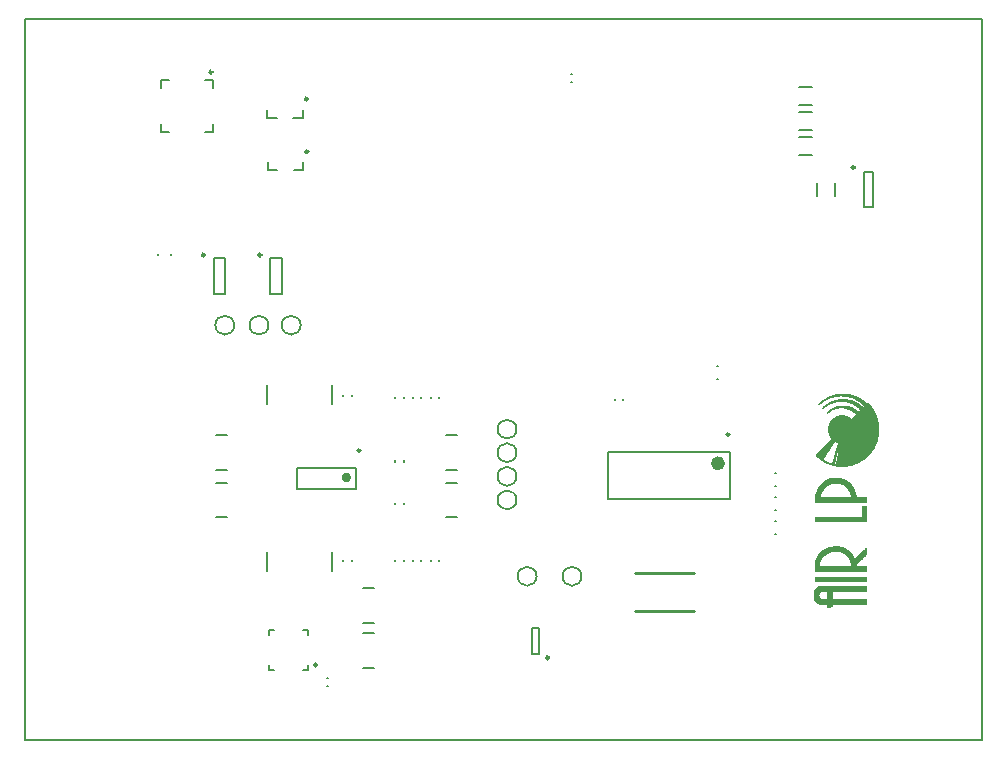
<source format=gto>
G04*
G04 #@! TF.GenerationSoftware,Altium Limited,Altium Designer,19.0.14 (431)*
G04*
G04 Layer_Color=65535*
%FSLAX44Y44*%
%MOMM*%
G71*
G01*
G75*
%ADD10C,0.1270*%
%ADD11C,0.2500*%
%ADD12C,0.6000*%
%ADD13C,0.4000*%
%ADD14C,0.2000*%
%ADD15C,0.1524*%
%ADD16C,0.2540*%
%ADD17C,0.0254*%
D10*
X233251Y351000D02*
G03*
X233251Y351000I-8001J0D01*
G01*
X177001D02*
G03*
X177001Y351000I-8001J0D01*
G01*
X206001D02*
G03*
X206001Y351000I-8001J0D01*
G01*
X416001Y203000D02*
G03*
X416001Y203000I-8001J0D01*
G01*
Y243000D02*
G03*
X416001Y243000I-8001J0D01*
G01*
X433001Y138400D02*
G03*
X433001Y138400I-8001J0D01*
G01*
X416001Y223000D02*
G03*
X416001Y223000I-8001J0D01*
G01*
X471001Y138400D02*
G03*
X471001Y138400I-8001J0D01*
G01*
X416001Y263000D02*
G03*
X416001Y263000I-8001J0D01*
G01*
D11*
X200000Y410500D02*
G03*
X200000Y410500I-1250J0D01*
G01*
X152000D02*
G03*
X152000Y410500I-1250J0D01*
G01*
X596250Y258500D02*
G03*
X596250Y258500I-1250J0D01*
G01*
X702250Y484500D02*
G03*
X702250Y484500I-1250J0D01*
G01*
X239600Y498000D02*
G03*
X239600Y498000I-1250J0D01*
G01*
X239250Y542500D02*
G03*
X239250Y542500I-1250J0D01*
G01*
X247110Y63300D02*
G03*
X247110Y63300I-1250J0D01*
G01*
X158500Y565250D02*
G03*
X158500Y565250I-1250J0D01*
G01*
X443500Y69600D02*
G03*
X443500Y69600I-1250J0D01*
G01*
X283800Y245000D02*
G03*
X283800Y245000I-1250J0D01*
G01*
D12*
X589500Y234000D02*
G03*
X589500Y234000I-3000J0D01*
G01*
D13*
X274000Y222000D02*
G03*
X274000Y222000I-2000J0D01*
G01*
D14*
X207500Y408000D02*
X217500D01*
X207500Y377000D02*
X217500D01*
X207500D02*
Y408000D01*
X217500Y377000D02*
Y408000D01*
X159500D02*
X169500D01*
X159500Y377000D02*
X169500D01*
X159500D02*
Y408000D01*
X169500Y377000D02*
Y408000D01*
X461900Y563500D02*
X462900D01*
X461900Y556500D02*
X462900D01*
X634500Y185500D02*
X635500D01*
X634500Y174500D02*
X635500D01*
X634500Y205500D02*
X635500D01*
X634500Y194500D02*
X635500D01*
X634500Y225500D02*
X635500D01*
X634500Y214500D02*
X635500D01*
X585500Y316850D02*
X586500D01*
X585500Y305850D02*
X586500D01*
X506250Y287500D02*
Y288500D01*
X499250Y287500D02*
Y288500D01*
X493500Y204000D02*
Y244000D01*
X596500Y204000D02*
Y244000D01*
X493500Y204000D02*
X596500D01*
X493500Y244000D02*
X596500D01*
X255500Y52500D02*
X256500D01*
X255500Y45500D02*
X256500D01*
X123500Y410500D02*
Y411500D01*
X112500Y410500D02*
Y411500D01*
X655500Y510500D02*
X666500D01*
X655500Y495500D02*
X666500D01*
X655500Y531500D02*
X666500D01*
X655500Y516500D02*
X666500D01*
X718000Y451000D02*
Y481000D01*
X710000Y451000D02*
Y481000D01*
Y451000D02*
X718000D01*
X710000Y481000D02*
X718000D01*
X235350Y482000D02*
Y489000D01*
X227350Y482000D02*
X235350D01*
X205350D02*
Y489000D01*
Y482000D02*
X213350D01*
X235000Y526500D02*
Y533500D01*
X227000Y526500D02*
X235000D01*
X205000D02*
Y533500D01*
Y526500D02*
X213000D01*
X655500Y552400D02*
X666500D01*
X655500Y537400D02*
X666500D01*
X670500Y460500D02*
Y471500D01*
X685500Y460500D02*
Y471500D01*
X313500Y199500D02*
Y200500D01*
X320500Y199500D02*
Y200500D01*
X269500Y151500D02*
Y152500D01*
X276500Y151500D02*
Y152500D01*
X320500Y235500D02*
Y236500D01*
X313500Y235500D02*
Y236500D01*
X276500Y291000D02*
Y292000D01*
X269500Y291000D02*
Y292000D01*
X343500Y289500D02*
Y290500D01*
X350500Y289500D02*
Y290500D01*
X328500Y289500D02*
Y290500D01*
X335500Y289500D02*
Y290500D01*
X313500Y289500D02*
Y290500D01*
X320500Y289500D02*
Y290500D01*
X350500Y151500D02*
Y152500D01*
X343500Y151500D02*
Y152500D01*
X335500Y151500D02*
Y152500D01*
X328500Y151500D02*
Y152500D01*
X320500Y151500D02*
Y152500D01*
X313500Y151500D02*
Y152500D01*
X205000Y143000D02*
Y159000D01*
X260000Y143000D02*
Y159000D01*
X205000Y284000D02*
Y300000D01*
X260000Y284000D02*
Y300000D01*
X152000Y558750D02*
X158750D01*
Y552000D02*
Y558750D01*
X114750D02*
X121500D01*
X114750Y552000D02*
Y558750D01*
Y514750D02*
X121500D01*
X114750D02*
Y521500D01*
X152000Y514750D02*
X158750D01*
Y521500D01*
X429000Y72600D02*
X435000D01*
X429000Y94600D02*
X435000D01*
Y72600D02*
Y94600D01*
X429000Y72600D02*
Y94600D01*
X230000Y230000D02*
X280000D01*
X230000Y212000D02*
X280000D01*
Y230000D01*
X230000Y212000D02*
Y230000D01*
X0Y0D02*
X810000D01*
X0D02*
X0Y610000D01*
X810000D01*
Y0D02*
Y610000D01*
D15*
X235351Y59236D02*
X239764D01*
X235351Y92764D02*
X239764D01*
X206236Y88351D02*
Y92764D01*
Y59236D02*
X210649D01*
X239764D02*
Y63649D01*
Y88351D02*
Y92764D01*
X206236D02*
X210649D01*
X206236Y59236D02*
Y63649D01*
X286455Y60746D02*
X295544D01*
X286455Y90210D02*
X295544D01*
X286455Y98746D02*
X295544D01*
X286455Y128210D02*
X295544D01*
X356455Y257732D02*
X365545D01*
X356455Y228268D02*
X365545D01*
X161455Y257732D02*
X170544D01*
X161455Y228268D02*
X170544D01*
X356455Y217732D02*
X365545D01*
X356455Y188268D02*
X365545D01*
X161455Y217732D02*
X170544D01*
X161455Y188268D02*
X170544D01*
D16*
X516000Y141000D02*
X566000D01*
X516000Y109000D02*
X566000D01*
D17*
X722398Y259844D02*
Y266194D01*
X722144Y258574D02*
Y267464D01*
X721890Y257050D02*
Y268988D01*
X721636Y255780D02*
Y270258D01*
X721382Y254764D02*
Y271274D01*
X721128Y254002D02*
Y272036D01*
X720874Y253240D02*
Y272798D01*
X720620Y252478D02*
Y273560D01*
X720366Y251716D02*
Y274322D01*
X720112Y251208D02*
Y274830D01*
X719858Y250446D02*
Y275592D01*
X719604Y249938D02*
Y276100D01*
X719350Y249430D02*
Y276608D01*
X719096Y248922D02*
Y277116D01*
X718842Y248414D02*
Y277624D01*
X718588Y247906D02*
Y278132D01*
X718334Y247398D02*
Y278386D01*
X718080Y247144D02*
Y278894D01*
X717826Y246636D02*
Y279402D01*
X717572Y246128D02*
Y279656D01*
X717318Y245874D02*
Y280164D01*
X717064Y245366D02*
Y280418D01*
X716810Y245112D02*
Y280926D01*
X716556Y244858D02*
Y281180D01*
X716302Y244350D02*
Y281688D01*
X716048Y244096D02*
Y281942D01*
X715794Y243842D02*
Y282196D01*
X715540Y243334D02*
Y282450D01*
X715286Y243080D02*
Y282958D01*
X715032Y242826D02*
Y283212D01*
X714778Y242572D02*
Y283466D01*
X714524Y242318D02*
Y283720D01*
X714270Y242064D02*
Y283974D01*
X714016Y241810D02*
Y284228D01*
X713762Y241556D02*
Y284482D01*
X713508Y241048D02*
Y284990D01*
X713254Y241048D02*
Y284990D01*
X713000Y240794D02*
Y284990D01*
X712746Y240540D02*
Y284482D01*
X712492Y240286D02*
Y284228D01*
X712238Y240032D02*
Y283974D01*
X711984Y284736D02*
Y285244D01*
Y239778D02*
Y283720D01*
Y201170D02*
Y205234D01*
Y184914D02*
Y198122D01*
Y157228D02*
Y162562D01*
Y143258D02*
Y147322D01*
Y134114D02*
Y138178D01*
Y125732D02*
Y130050D01*
Y115318D02*
Y119382D01*
X711730Y284482D02*
Y285244D01*
Y239524D02*
Y283466D01*
Y201170D02*
Y205234D01*
Y184914D02*
Y198122D01*
Y156974D02*
Y162562D01*
Y143258D02*
Y147322D01*
Y134114D02*
Y138178D01*
Y125732D02*
Y130050D01*
Y115318D02*
Y119382D01*
X711476Y284228D02*
Y285498D01*
Y239270D02*
Y283212D01*
Y201170D02*
Y205234D01*
Y184914D02*
Y198122D01*
Y156720D02*
Y162054D01*
Y143258D02*
Y147322D01*
Y134114D02*
Y138178D01*
Y125732D02*
Y130050D01*
Y115318D02*
Y119382D01*
X711222Y283974D02*
Y285752D01*
Y239016D02*
Y282958D01*
Y201170D02*
Y205234D01*
Y184914D02*
Y198122D01*
Y156466D02*
Y161800D01*
Y143258D02*
Y147322D01*
Y134114D02*
Y138178D01*
Y125732D02*
Y130050D01*
Y115318D02*
Y119382D01*
X710968Y283720D02*
Y286006D01*
Y238762D02*
Y282704D01*
Y201170D02*
Y205234D01*
Y184914D02*
Y198122D01*
Y156212D02*
Y161546D01*
Y143258D02*
Y147322D01*
Y134114D02*
Y138178D01*
Y125732D02*
Y130050D01*
Y115318D02*
Y119382D01*
X710714Y283466D02*
Y286260D01*
Y238762D02*
Y282450D01*
Y201170D02*
Y205234D01*
Y184914D02*
Y198122D01*
Y155958D02*
Y161292D01*
Y143258D02*
Y147322D01*
Y134114D02*
Y138178D01*
Y125732D02*
Y130050D01*
Y115318D02*
Y119382D01*
X710460Y282958D02*
Y286514D01*
Y238508D02*
Y282196D01*
Y201170D02*
Y205234D01*
Y184914D02*
Y198122D01*
Y155704D02*
Y161038D01*
Y143258D02*
Y147322D01*
Y134114D02*
Y138178D01*
Y125732D02*
Y130050D01*
Y115318D02*
Y119382D01*
X710206Y282958D02*
Y286514D01*
Y238254D02*
Y281942D01*
Y201170D02*
Y205234D01*
Y184914D02*
Y198122D01*
Y155450D02*
Y160784D01*
Y143258D02*
Y147322D01*
Y134114D02*
Y138178D01*
Y125732D02*
Y130050D01*
Y115318D02*
Y119382D01*
X709952Y283212D02*
Y286768D01*
Y238000D02*
Y281688D01*
Y201170D02*
Y205234D01*
Y184914D02*
Y198122D01*
Y155196D02*
Y160530D01*
Y143258D02*
Y147322D01*
Y134114D02*
Y138178D01*
Y125732D02*
Y130050D01*
Y115318D02*
Y119382D01*
X709698Y283466D02*
Y287022D01*
Y238000D02*
Y281434D01*
Y201170D02*
Y205234D01*
Y184914D02*
Y198122D01*
Y154942D02*
Y160276D01*
Y143258D02*
Y147322D01*
Y134114D02*
Y138178D01*
Y125732D02*
Y130050D01*
Y115318D02*
Y119382D01*
X709444Y283720D02*
Y287276D01*
Y237746D02*
Y281180D01*
Y201170D02*
Y205234D01*
Y184914D02*
Y198122D01*
Y154688D02*
Y160276D01*
Y143258D02*
Y147322D01*
Y134114D02*
Y138178D01*
Y125732D02*
Y130050D01*
Y115318D02*
Y119382D01*
X709190Y283974D02*
Y287530D01*
Y237492D02*
Y280926D01*
Y201170D02*
Y205234D01*
Y184914D02*
Y198122D01*
Y154434D02*
Y160022D01*
Y143258D02*
Y147322D01*
Y134114D02*
Y138178D01*
Y125732D02*
Y130050D01*
Y115318D02*
Y119382D01*
X708936Y284228D02*
Y287530D01*
Y237238D02*
Y280672D01*
Y201170D02*
Y205234D01*
Y184914D02*
Y198122D01*
Y154180D02*
Y159768D01*
Y143258D02*
Y147322D01*
Y134114D02*
Y138178D01*
Y125732D02*
Y130050D01*
Y115318D02*
Y119382D01*
X708682Y284482D02*
Y287784D01*
Y281434D02*
Y281942D01*
Y237238D02*
Y280418D01*
Y201170D02*
Y205234D01*
Y184914D02*
Y198122D01*
Y153926D02*
Y159514D01*
Y143258D02*
Y147322D01*
Y134114D02*
Y138178D01*
Y125732D02*
Y130050D01*
Y115318D02*
Y119382D01*
X708428Y284736D02*
Y288038D01*
Y281180D02*
Y282196D01*
Y236984D02*
Y280164D01*
Y201170D02*
Y205234D01*
Y184914D02*
Y198122D01*
Y153672D02*
Y159260D01*
Y143258D02*
Y147322D01*
Y134114D02*
Y138178D01*
Y125732D02*
Y130050D01*
Y115318D02*
Y119382D01*
X708174Y284990D02*
Y288038D01*
Y280926D02*
Y282450D01*
Y236730D02*
Y279910D01*
Y201170D02*
Y205234D01*
Y184914D02*
Y198122D01*
Y153418D02*
Y159006D01*
Y143258D02*
Y147322D01*
Y134114D02*
Y138178D01*
Y125732D02*
Y130050D01*
Y115318D02*
Y119382D01*
X707920Y285244D02*
Y288292D01*
Y280672D02*
Y282704D01*
Y236730D02*
Y279656D01*
Y201170D02*
Y205234D01*
Y184914D02*
Y188978D01*
Y153164D02*
Y158752D01*
Y143258D02*
Y147322D01*
Y134114D02*
Y138178D01*
Y125732D02*
Y130050D01*
Y115318D02*
Y119382D01*
X707666Y285498D02*
Y288546D01*
Y280418D02*
Y282704D01*
Y236476D02*
Y279402D01*
Y201170D02*
Y205234D01*
Y184914D02*
Y188978D01*
Y152910D02*
Y158498D01*
Y143258D02*
Y147322D01*
Y134114D02*
Y138178D01*
Y125732D02*
Y130050D01*
Y115318D02*
Y119382D01*
X707412Y285498D02*
Y288546D01*
Y280164D02*
Y282958D01*
Y236476D02*
Y279148D01*
Y201170D02*
Y205234D01*
Y184914D02*
Y188978D01*
Y152656D02*
Y158244D01*
Y143258D02*
Y147322D01*
Y134114D02*
Y138178D01*
Y125732D02*
Y130050D01*
Y115318D02*
Y119382D01*
X707158Y285752D02*
Y288800D01*
Y279910D02*
Y283212D01*
Y236222D02*
Y278894D01*
Y201170D02*
Y205234D01*
Y184914D02*
Y188978D01*
Y152402D02*
Y157990D01*
Y143258D02*
Y147322D01*
Y134114D02*
Y138178D01*
Y125732D02*
Y130050D01*
Y115318D02*
Y119382D01*
X706904Y286006D02*
Y289054D01*
Y279910D02*
Y283466D01*
Y235968D02*
Y278640D01*
Y201170D02*
Y205234D01*
Y184914D02*
Y188978D01*
Y152148D02*
Y157736D01*
Y143258D02*
Y147322D01*
Y134114D02*
Y138178D01*
Y125732D02*
Y130050D01*
Y115318D02*
Y119382D01*
X706650Y286260D02*
Y289054D01*
Y280164D02*
Y283720D01*
Y235968D02*
Y278386D01*
Y201170D02*
Y205234D01*
Y184914D02*
Y188978D01*
Y151894D02*
Y157482D01*
Y143258D02*
Y147322D01*
Y134114D02*
Y138178D01*
Y125732D02*
Y130050D01*
Y115318D02*
Y119382D01*
X706396Y286514D02*
Y289308D01*
Y280418D02*
Y283720D01*
Y235714D02*
Y278132D01*
Y201170D02*
Y205234D01*
Y184914D02*
Y188978D01*
Y151640D02*
Y157228D01*
Y143258D02*
Y147322D01*
Y134114D02*
Y138178D01*
Y125732D02*
Y130050D01*
Y115318D02*
Y119382D01*
X706142Y286514D02*
Y289308D01*
Y280672D02*
Y283974D01*
Y235714D02*
Y277878D01*
Y201170D02*
Y205234D01*
Y184914D02*
Y188978D01*
Y151386D02*
Y156974D01*
Y143258D02*
Y147322D01*
Y134114D02*
Y138178D01*
Y125732D02*
Y130050D01*
Y115318D02*
Y119382D01*
X705888Y286768D02*
Y289562D01*
Y280926D02*
Y284228D01*
Y235460D02*
Y277624D01*
Y201170D02*
Y205234D01*
Y184914D02*
Y188978D01*
Y151386D02*
Y156720D01*
Y143258D02*
Y147322D01*
Y134114D02*
Y138178D01*
Y125732D02*
Y130050D01*
Y115318D02*
Y119382D01*
X705634Y287022D02*
Y289562D01*
Y281180D02*
Y284228D01*
Y235460D02*
Y277370D01*
Y201170D02*
Y205234D01*
Y184914D02*
Y188978D01*
Y151132D02*
Y156466D01*
Y143258D02*
Y147322D01*
Y134114D02*
Y138178D01*
Y125732D02*
Y130050D01*
Y115318D02*
Y119382D01*
X705380Y287022D02*
Y289816D01*
Y281434D02*
Y284482D01*
Y235206D02*
Y277116D01*
Y201170D02*
Y205234D01*
Y184914D02*
Y188978D01*
Y150878D02*
Y156212D01*
Y143258D02*
Y147322D01*
Y134114D02*
Y138178D01*
Y125732D02*
Y130050D01*
Y115318D02*
Y119382D01*
X705126Y287276D02*
Y289816D01*
Y281688D02*
Y284736D01*
Y235206D02*
Y276862D01*
Y201170D02*
Y205234D01*
Y184914D02*
Y188978D01*
Y150624D02*
Y155958D01*
Y143258D02*
Y147322D01*
Y134114D02*
Y138178D01*
Y125732D02*
Y130050D01*
Y115318D02*
Y119382D01*
X704872Y287530D02*
Y290070D01*
Y281688D02*
Y284736D01*
Y277624D02*
Y278132D01*
Y234952D02*
Y276608D01*
Y201170D02*
Y205234D01*
Y184914D02*
Y188978D01*
Y150370D02*
Y155704D01*
Y143258D02*
Y147322D01*
Y134114D02*
Y138178D01*
Y125732D02*
Y130050D01*
Y115318D02*
Y119382D01*
X704618Y287530D02*
Y290070D01*
Y281942D02*
Y284990D01*
Y277624D02*
Y278386D01*
Y234952D02*
Y276354D01*
Y201170D02*
Y205234D01*
Y184914D02*
Y188978D01*
Y150116D02*
Y155450D01*
Y143258D02*
Y147322D01*
Y134114D02*
Y138178D01*
Y125732D02*
Y130050D01*
Y115318D02*
Y119382D01*
X704364Y287784D02*
Y290324D01*
Y282196D02*
Y285244D01*
Y277116D02*
Y278386D01*
Y234698D02*
Y276100D01*
Y201170D02*
Y205234D01*
Y184914D02*
Y188978D01*
Y149862D02*
Y155196D01*
Y143258D02*
Y147322D01*
Y134114D02*
Y138178D01*
Y125732D02*
Y130050D01*
Y115318D02*
Y119382D01*
X704110Y287784D02*
Y290324D01*
Y282450D02*
Y285244D01*
Y276862D02*
Y278640D01*
Y234698D02*
Y275846D01*
Y201170D02*
Y205234D01*
Y184914D02*
Y188978D01*
Y149608D02*
Y154942D01*
Y143258D02*
Y147322D01*
Y134114D02*
Y138178D01*
Y125732D02*
Y130050D01*
Y115318D02*
Y119382D01*
X703856Y288038D02*
Y290578D01*
Y282704D02*
Y285498D01*
Y276608D02*
Y278894D01*
Y234444D02*
Y275592D01*
Y201170D02*
Y205234D01*
Y184914D02*
Y188978D01*
Y149354D02*
Y154688D01*
Y143258D02*
Y147322D01*
Y134114D02*
Y138178D01*
Y125732D02*
Y130050D01*
Y115318D02*
Y119382D01*
X703602Y288292D02*
Y290578D01*
Y282704D02*
Y285498D01*
Y276354D02*
Y279148D01*
Y234444D02*
Y275338D01*
Y201170D02*
Y205234D01*
Y184914D02*
Y188978D01*
Y149100D02*
Y154434D01*
Y143258D02*
Y147322D01*
Y134114D02*
Y138178D01*
Y125732D02*
Y130050D01*
Y115318D02*
Y119382D01*
X703348Y288292D02*
Y290832D01*
Y282958D02*
Y285752D01*
Y275846D02*
Y279402D01*
Y234190D02*
Y275084D01*
Y201170D02*
Y206250D01*
Y184914D02*
Y188978D01*
Y148846D02*
Y154180D01*
Y143258D02*
Y147322D01*
Y134114D02*
Y138178D01*
Y125732D02*
Y130050D01*
Y115318D02*
Y119382D01*
X703094Y288546D02*
Y290832D01*
Y283212D02*
Y285752D01*
Y275846D02*
Y279402D01*
Y234190D02*
Y274830D01*
Y201170D02*
Y207520D01*
Y184914D02*
Y188978D01*
Y143258D02*
Y153926D01*
Y134114D02*
Y138178D01*
Y125732D02*
Y130050D01*
Y115318D02*
Y119382D01*
X702840Y288546D02*
Y291086D01*
Y283212D02*
Y286006D01*
Y276354D02*
Y279656D01*
Y234190D02*
Y274576D01*
Y201170D02*
Y208536D01*
Y184914D02*
Y188978D01*
Y143258D02*
Y153672D01*
Y134114D02*
Y138178D01*
Y125732D02*
Y130050D01*
Y115318D02*
Y119382D01*
X702586Y288800D02*
Y291086D01*
Y283466D02*
Y286006D01*
Y276608D02*
Y279910D01*
Y233936D02*
Y274322D01*
Y201170D02*
Y209298D01*
Y184914D02*
Y188978D01*
Y143258D02*
Y153418D01*
Y134114D02*
Y138178D01*
Y125732D02*
Y130050D01*
Y115318D02*
Y119382D01*
X702332Y288800D02*
Y291086D01*
Y283720D02*
Y286260D01*
Y276862D02*
Y279910D01*
Y233936D02*
Y274068D01*
Y201170D02*
Y210060D01*
Y184914D02*
Y188978D01*
Y143258D02*
Y153164D01*
Y134114D02*
Y138178D01*
Y125732D02*
Y130050D01*
Y115318D02*
Y119382D01*
X702078Y289054D02*
Y291340D01*
Y283720D02*
Y286260D01*
Y277116D02*
Y280164D01*
Y233682D02*
Y273814D01*
Y201170D02*
Y210822D01*
Y184914D02*
Y188978D01*
Y143258D02*
Y152910D01*
Y134114D02*
Y138178D01*
Y125732D02*
Y130050D01*
Y115318D02*
Y119382D01*
X701824Y289054D02*
Y291340D01*
Y283974D02*
Y286514D01*
Y277370D02*
Y280418D01*
Y233682D02*
Y273560D01*
Y201170D02*
Y211330D01*
Y184914D02*
Y188978D01*
Y143258D02*
Y153164D01*
Y134114D02*
Y138178D01*
Y125732D02*
Y130050D01*
Y115318D02*
Y119382D01*
X701570Y289308D02*
Y291340D01*
Y283974D02*
Y286514D01*
Y277370D02*
Y280418D01*
Y233682D02*
Y273306D01*
Y201170D02*
Y212092D01*
Y184914D02*
Y188978D01*
Y143258D02*
Y153926D01*
Y134114D02*
Y138178D01*
Y125732D02*
Y130050D01*
Y115318D02*
Y119382D01*
X701316Y289308D02*
Y291594D01*
Y284228D02*
Y286768D01*
Y277624D02*
Y280672D01*
Y233428D02*
Y273052D01*
Y201170D02*
Y212600D01*
Y184914D02*
Y188978D01*
Y143258D02*
Y154434D01*
Y134114D02*
Y138178D01*
Y125732D02*
Y130050D01*
Y115318D02*
Y119382D01*
X701062Y289308D02*
Y291594D01*
Y284482D02*
Y286768D01*
Y277878D02*
Y280672D01*
Y233428D02*
Y272798D01*
Y201170D02*
Y213108D01*
Y184914D02*
Y188978D01*
Y143258D02*
Y154942D01*
Y134114D02*
Y138178D01*
Y125732D02*
Y130050D01*
Y115318D02*
Y119382D01*
X700808Y289562D02*
Y291594D01*
Y284482D02*
Y286768D01*
Y278132D02*
Y280926D01*
Y233428D02*
Y272544D01*
Y201170D02*
Y213362D01*
Y184914D02*
Y188978D01*
Y143258D02*
Y155450D01*
Y134114D02*
Y138178D01*
Y125732D02*
Y130050D01*
Y115318D02*
Y119382D01*
X700554Y289562D02*
Y291848D01*
Y284736D02*
Y287022D01*
Y278386D02*
Y280926D01*
Y233174D02*
Y272290D01*
Y201170D02*
Y213870D01*
Y184914D02*
Y188978D01*
Y143258D02*
Y155958D01*
Y134114D02*
Y138178D01*
Y125732D02*
Y130050D01*
Y115318D02*
Y119382D01*
X700300Y289816D02*
Y291848D01*
Y284736D02*
Y287022D01*
Y278386D02*
Y281180D01*
Y233174D02*
Y272036D01*
Y201170D02*
Y214378D01*
Y184914D02*
Y188978D01*
Y143258D02*
Y156212D01*
Y134114D02*
Y138178D01*
Y125732D02*
Y130050D01*
Y115318D02*
Y119382D01*
X700046Y289816D02*
Y291848D01*
Y284990D02*
Y287022D01*
Y278640D02*
Y281180D01*
Y233174D02*
Y271782D01*
Y201170D02*
Y214886D01*
Y184914D02*
Y188978D01*
Y143258D02*
Y156720D01*
Y134114D02*
Y138178D01*
Y125732D02*
Y130050D01*
Y115318D02*
Y119382D01*
X699792Y289816D02*
Y292102D01*
Y284990D02*
Y287276D01*
Y278894D02*
Y281434D01*
Y232920D02*
Y271528D01*
Y201170D02*
Y215140D01*
Y184914D02*
Y188978D01*
Y143258D02*
Y156974D01*
Y134114D02*
Y138178D01*
Y125732D02*
Y130050D01*
Y115318D02*
Y119382D01*
X699538Y290070D02*
Y292102D01*
Y284990D02*
Y287276D01*
Y278894D02*
Y281434D01*
Y232920D02*
Y271274D01*
Y205488D02*
Y215394D01*
Y201170D02*
Y205234D01*
Y184914D02*
Y188978D01*
Y143258D02*
Y157482D01*
Y134114D02*
Y138178D01*
Y125732D02*
Y130050D01*
Y115318D02*
Y119382D01*
X699284Y290070D02*
Y292102D01*
Y285244D02*
Y287276D01*
Y279148D02*
Y281688D01*
Y232920D02*
Y271528D01*
Y206504D02*
Y215902D01*
Y201170D02*
Y205234D01*
Y184914D02*
Y188978D01*
Y143258D02*
Y157736D01*
Y134114D02*
Y138178D01*
Y125732D02*
Y130050D01*
Y115318D02*
Y119382D01*
X699030Y290070D02*
Y292102D01*
Y285244D02*
Y287530D01*
Y279148D02*
Y281688D01*
Y232920D02*
Y271782D01*
Y207520D02*
Y216156D01*
Y201170D02*
Y205234D01*
Y184914D02*
Y188978D01*
Y143258D02*
Y157990D01*
Y134114D02*
Y138178D01*
Y125732D02*
Y130050D01*
Y115318D02*
Y119382D01*
X698776Y290324D02*
Y292356D01*
Y285498D02*
Y287530D01*
Y279402D02*
Y281688D01*
Y232666D02*
Y272036D01*
Y208282D02*
Y216410D01*
Y201170D02*
Y205234D01*
Y184914D02*
Y188978D01*
Y150116D02*
Y158244D01*
Y143258D02*
Y147322D01*
Y134114D02*
Y138178D01*
Y125732D02*
Y130050D01*
Y115318D02*
Y119382D01*
X698522Y290324D02*
Y292356D01*
Y285498D02*
Y287530D01*
Y279402D02*
Y281942D01*
Y232666D02*
Y272036D01*
Y208790D02*
Y216664D01*
Y201170D02*
Y205234D01*
Y184914D02*
Y188978D01*
Y151132D02*
Y158498D01*
Y143258D02*
Y147322D01*
Y134114D02*
Y138178D01*
Y125732D02*
Y130050D01*
Y115318D02*
Y119382D01*
X698268Y290324D02*
Y292356D01*
Y285498D02*
Y287784D01*
Y279656D02*
Y281942D01*
Y232666D02*
Y272290D01*
Y209552D02*
Y216918D01*
Y201170D02*
Y205234D01*
Y184914D02*
Y188978D01*
Y151894D02*
Y158752D01*
Y143258D02*
Y147322D01*
Y134114D02*
Y138178D01*
Y125732D02*
Y130050D01*
Y115318D02*
Y119382D01*
X698014Y290578D02*
Y292356D01*
Y285752D02*
Y287784D01*
Y279910D02*
Y281942D01*
Y232666D02*
Y272544D01*
Y210060D02*
Y217172D01*
Y201170D02*
Y205234D01*
Y184914D02*
Y188978D01*
Y152402D02*
Y159006D01*
Y143258D02*
Y147322D01*
Y134114D02*
Y138178D01*
Y125732D02*
Y130050D01*
Y115318D02*
Y119382D01*
X697760Y290578D02*
Y292356D01*
Y285752D02*
Y287784D01*
Y279910D02*
Y282196D01*
Y232412D02*
Y272798D01*
Y210568D02*
Y217426D01*
Y201170D02*
Y205234D01*
Y184914D02*
Y188978D01*
Y153164D02*
Y159260D01*
Y143258D02*
Y147322D01*
Y134114D02*
Y138178D01*
Y125732D02*
Y130050D01*
Y115318D02*
Y119382D01*
X697506Y290578D02*
Y292610D01*
Y285752D02*
Y287784D01*
Y279910D02*
Y282196D01*
Y232412D02*
Y272798D01*
Y211076D02*
Y217680D01*
Y201170D02*
Y205234D01*
Y184914D02*
Y188978D01*
Y153672D02*
Y159514D01*
Y143258D02*
Y147322D01*
Y134114D02*
Y138178D01*
Y125732D02*
Y130050D01*
Y115318D02*
Y119382D01*
X697252Y290578D02*
Y292610D01*
Y286006D02*
Y287784D01*
Y280164D02*
Y282196D01*
Y232412D02*
Y273052D01*
Y211330D02*
Y217934D01*
Y201170D02*
Y205234D01*
Y184914D02*
Y188978D01*
Y154180D02*
Y159768D01*
Y143258D02*
Y147322D01*
Y134114D02*
Y138178D01*
Y125732D02*
Y130050D01*
Y115318D02*
Y119382D01*
X696998Y290832D02*
Y292610D01*
Y286006D02*
Y288038D01*
Y280164D02*
Y282450D01*
Y232412D02*
Y273306D01*
Y211838D02*
Y217934D01*
Y201170D02*
Y205234D01*
Y184914D02*
Y188978D01*
Y154434D02*
Y160022D01*
Y143258D02*
Y147322D01*
Y134114D02*
Y138178D01*
Y125732D02*
Y130050D01*
Y115318D02*
Y119382D01*
X696744Y290832D02*
Y292610D01*
Y286006D02*
Y288038D01*
Y280418D02*
Y282450D01*
Y232412D02*
Y273306D01*
Y212346D02*
Y218188D01*
Y201170D02*
Y205234D01*
Y184914D02*
Y188978D01*
Y154942D02*
Y160276D01*
Y143258D02*
Y147322D01*
Y134114D02*
Y138178D01*
Y125732D02*
Y130050D01*
Y115318D02*
Y119382D01*
X696490Y290832D02*
Y292610D01*
Y286260D02*
Y288038D01*
Y280418D02*
Y282450D01*
Y232412D02*
Y273560D01*
Y212600D02*
Y218442D01*
Y201170D02*
Y205234D01*
Y184914D02*
Y188978D01*
Y155196D02*
Y160276D01*
Y143258D02*
Y147322D01*
Y134114D02*
Y138178D01*
Y125732D02*
Y130050D01*
Y115318D02*
Y119382D01*
X696236Y290832D02*
Y292610D01*
Y286260D02*
Y288038D01*
Y280418D02*
Y282450D01*
Y232158D02*
Y273560D01*
Y212854D02*
Y218696D01*
Y201170D02*
Y205234D01*
Y184914D02*
Y188978D01*
Y155450D02*
Y160530D01*
Y143258D02*
Y147322D01*
Y134114D02*
Y138178D01*
Y125732D02*
Y130050D01*
Y115318D02*
Y119382D01*
X695982Y290832D02*
Y292864D01*
Y286260D02*
Y288038D01*
Y280672D02*
Y282704D01*
Y232158D02*
Y273560D01*
Y213362D02*
Y218696D01*
Y201170D02*
Y205234D01*
Y184914D02*
Y188978D01*
Y155958D02*
Y160784D01*
Y143258D02*
Y147322D01*
Y134114D02*
Y138178D01*
Y125732D02*
Y130050D01*
Y115318D02*
Y119382D01*
X695728Y291086D02*
Y292864D01*
Y286260D02*
Y288292D01*
Y280672D02*
Y282704D01*
Y232158D02*
Y273814D01*
Y213616D02*
Y218950D01*
Y201170D02*
Y205234D01*
Y184914D02*
Y188978D01*
Y156212D02*
Y161038D01*
Y143258D02*
Y147322D01*
Y134114D02*
Y138178D01*
Y125732D02*
Y130050D01*
Y115318D02*
Y119382D01*
X695474Y291086D02*
Y292864D01*
Y286514D02*
Y288292D01*
Y280672D02*
Y282704D01*
Y232158D02*
Y273814D01*
Y213870D02*
Y219204D01*
Y201170D02*
Y205234D01*
Y184914D02*
Y188978D01*
Y156466D02*
Y161038D01*
Y143258D02*
Y147322D01*
Y134114D02*
Y138178D01*
Y125732D02*
Y130050D01*
Y115318D02*
Y119382D01*
X695220Y291086D02*
Y292864D01*
Y286514D02*
Y288292D01*
Y280926D02*
Y282704D01*
Y232158D02*
Y274068D01*
Y214378D02*
Y219204D01*
Y201170D02*
Y205234D01*
Y184914D02*
Y188978D01*
Y156720D02*
Y161292D01*
Y143258D02*
Y147322D01*
Y134114D02*
Y138178D01*
Y125732D02*
Y130050D01*
Y115318D02*
Y119382D01*
X694966Y291086D02*
Y292864D01*
Y286514D02*
Y288292D01*
Y280926D02*
Y282704D01*
Y232158D02*
Y274068D01*
Y214632D02*
Y219458D01*
Y201170D02*
Y205234D01*
Y184914D02*
Y188978D01*
Y156974D02*
Y161546D01*
Y143258D02*
Y147322D01*
Y134114D02*
Y138178D01*
Y125732D02*
Y130050D01*
Y115318D02*
Y119382D01*
X694712Y291086D02*
Y292864D01*
Y286514D02*
Y288292D01*
Y280926D02*
Y282958D01*
Y232158D02*
Y274068D01*
Y214886D02*
Y219712D01*
Y201170D02*
Y205234D01*
Y184914D02*
Y188978D01*
Y156974D02*
Y161546D01*
Y143258D02*
Y147322D01*
Y134114D02*
Y138178D01*
Y125732D02*
Y130050D01*
Y115318D02*
Y119382D01*
X694458Y291086D02*
Y292864D01*
Y286514D02*
Y288292D01*
Y280926D02*
Y282958D01*
Y231904D02*
Y274322D01*
Y215140D02*
Y219712D01*
Y201170D02*
Y205234D01*
Y184914D02*
Y188978D01*
Y157228D02*
Y161800D01*
Y143258D02*
Y147322D01*
Y134114D02*
Y138178D01*
Y125732D02*
Y130050D01*
Y115318D02*
Y119382D01*
X694204Y291340D02*
Y292864D01*
Y286514D02*
Y288292D01*
Y281180D02*
Y282958D01*
Y231904D02*
Y274322D01*
Y215140D02*
Y219966D01*
Y201170D02*
Y205234D01*
Y184914D02*
Y188978D01*
Y157482D02*
Y161800D01*
Y143258D02*
Y147322D01*
Y134114D02*
Y138178D01*
Y125732D02*
Y130050D01*
Y115318D02*
Y119382D01*
X693950Y291340D02*
Y292864D01*
Y286768D02*
Y288292D01*
Y281180D02*
Y282958D01*
Y231904D02*
Y274322D01*
Y215394D02*
Y219966D01*
Y201170D02*
Y205234D01*
Y184914D02*
Y188978D01*
Y157736D02*
Y162054D01*
Y143258D02*
Y147322D01*
Y134114D02*
Y138178D01*
Y125732D02*
Y130050D01*
Y115318D02*
Y119382D01*
X693696Y291340D02*
Y292864D01*
Y286768D02*
Y288292D01*
Y281180D02*
Y282958D01*
Y231904D02*
Y274322D01*
Y215648D02*
Y220220D01*
Y201170D02*
Y205234D01*
Y184914D02*
Y188978D01*
Y157990D02*
Y162054D01*
Y143258D02*
Y147322D01*
Y134114D02*
Y138178D01*
Y125732D02*
Y130050D01*
Y115318D02*
Y119382D01*
X693442Y291340D02*
Y292864D01*
Y286768D02*
Y288292D01*
Y281180D02*
Y282958D01*
Y231904D02*
Y274576D01*
Y215902D02*
Y220220D01*
Y201170D02*
Y205234D01*
Y184914D02*
Y188978D01*
Y157990D02*
Y162308D01*
Y143258D02*
Y147322D01*
Y134114D02*
Y138178D01*
Y125732D02*
Y130050D01*
Y115318D02*
Y119382D01*
X693188Y291340D02*
Y292864D01*
Y286768D02*
Y288546D01*
Y281180D02*
Y282958D01*
Y231904D02*
Y274576D01*
Y215902D02*
Y220474D01*
Y201170D02*
Y205234D01*
Y184914D02*
Y188978D01*
Y158244D02*
Y162308D01*
Y143258D02*
Y147322D01*
Y134114D02*
Y138178D01*
Y125732D02*
Y130050D01*
Y115318D02*
Y119382D01*
X692934Y291340D02*
Y292864D01*
Y286768D02*
Y288546D01*
Y281434D02*
Y282958D01*
Y231904D02*
Y274576D01*
Y216156D02*
Y220474D01*
Y201170D02*
Y205234D01*
Y184914D02*
Y188978D01*
Y158498D02*
Y162562D01*
Y143258D02*
Y147322D01*
Y134114D02*
Y138178D01*
Y125732D02*
Y130050D01*
Y115318D02*
Y119382D01*
X692680Y291340D02*
Y292864D01*
Y286768D02*
Y288546D01*
Y281434D02*
Y282958D01*
Y231904D02*
Y274576D01*
Y216156D02*
Y220474D01*
Y201170D02*
Y205234D01*
Y184914D02*
Y188978D01*
Y158498D02*
Y162562D01*
Y143258D02*
Y147322D01*
Y134114D02*
Y138178D01*
Y125732D02*
Y130050D01*
Y115318D02*
Y119382D01*
X692426Y291340D02*
Y292864D01*
Y286768D02*
Y288546D01*
Y281434D02*
Y282958D01*
Y231904D02*
Y274576D01*
Y216410D02*
Y220728D01*
Y201170D02*
Y205234D01*
Y184914D02*
Y188978D01*
Y158752D02*
Y162816D01*
Y143258D02*
Y147322D01*
Y134114D02*
Y138178D01*
Y125732D02*
Y130050D01*
Y115318D02*
Y119382D01*
X692172Y291340D02*
Y292864D01*
Y286768D02*
Y288546D01*
Y281434D02*
Y282958D01*
Y231904D02*
Y274576D01*
Y216410D02*
Y220728D01*
Y201170D02*
Y205234D01*
Y184914D02*
Y188978D01*
Y158752D02*
Y162816D01*
Y143258D02*
Y147322D01*
Y134114D02*
Y138178D01*
Y125732D02*
Y130050D01*
Y115318D02*
Y119382D01*
X691918Y291340D02*
Y292864D01*
Y286768D02*
Y288546D01*
Y281434D02*
Y282958D01*
Y263400D02*
Y274576D01*
Y231904D02*
Y262638D01*
Y216664D02*
Y220728D01*
Y201170D02*
Y205234D01*
Y184914D02*
Y188978D01*
Y159006D02*
Y162816D01*
Y143258D02*
Y147322D01*
Y134114D02*
Y138178D01*
Y125732D02*
Y130050D01*
Y115318D02*
Y119382D01*
X691664Y291594D02*
Y292864D01*
Y286768D02*
Y288546D01*
Y281434D02*
Y282958D01*
Y263654D02*
Y274576D01*
Y231904D02*
Y262384D01*
Y216664D02*
Y220982D01*
Y201170D02*
Y205234D01*
Y184914D02*
Y188978D01*
Y159006D02*
Y163070D01*
Y143258D02*
Y147322D01*
Y134114D02*
Y138178D01*
Y125732D02*
Y130050D01*
Y115318D02*
Y119382D01*
X691410Y291594D02*
Y292864D01*
Y287022D02*
Y288546D01*
Y281434D02*
Y282958D01*
Y263654D02*
Y274576D01*
Y231904D02*
Y262384D01*
Y216918D02*
Y220982D01*
Y201170D02*
Y205234D01*
Y184914D02*
Y188978D01*
Y159260D02*
Y163070D01*
Y143258D02*
Y147322D01*
Y134114D02*
Y138178D01*
Y125732D02*
Y130050D01*
Y115318D02*
Y119382D01*
X691156Y291594D02*
Y292864D01*
Y287022D02*
Y288546D01*
Y281434D02*
Y282958D01*
Y263654D02*
Y274576D01*
Y231904D02*
Y262384D01*
Y216918D02*
Y220982D01*
Y201170D02*
Y205234D01*
Y184914D02*
Y188978D01*
Y159260D02*
Y163070D01*
Y143258D02*
Y147322D01*
Y134114D02*
Y138178D01*
Y125732D02*
Y130050D01*
Y115318D02*
Y119382D01*
X690902Y291594D02*
Y292864D01*
Y287022D02*
Y288292D01*
Y281434D02*
Y282958D01*
Y263654D02*
Y274576D01*
Y231904D02*
Y262384D01*
Y216918D02*
Y221236D01*
Y201170D02*
Y205234D01*
Y184914D02*
Y188978D01*
Y159260D02*
Y163324D01*
Y143258D02*
Y147322D01*
Y134114D02*
Y138178D01*
Y125732D02*
Y130050D01*
Y115318D02*
Y119382D01*
X690648Y291594D02*
Y292864D01*
Y287022D02*
Y288292D01*
Y281434D02*
Y282958D01*
Y231904D02*
Y274576D01*
Y217172D02*
Y221236D01*
Y201170D02*
Y205234D01*
Y184914D02*
Y188978D01*
Y159514D02*
Y163324D01*
Y143258D02*
Y147322D01*
Y134114D02*
Y138178D01*
Y125732D02*
Y130050D01*
Y115318D02*
Y119382D01*
X690394Y291594D02*
Y292864D01*
Y287022D02*
Y288292D01*
Y281434D02*
Y282958D01*
Y231904D02*
Y274576D01*
Y217172D02*
Y221236D01*
Y201170D02*
Y205234D01*
Y184914D02*
Y188978D01*
Y159514D02*
Y163324D01*
Y143258D02*
Y147322D01*
Y134114D02*
Y138178D01*
Y125732D02*
Y130050D01*
Y115318D02*
Y119382D01*
X690140Y291594D02*
Y292864D01*
Y287022D02*
Y288292D01*
Y281434D02*
Y282958D01*
Y231904D02*
Y274576D01*
Y217172D02*
Y221236D01*
Y201170D02*
Y205234D01*
Y184914D02*
Y188978D01*
Y159514D02*
Y163578D01*
Y143258D02*
Y147322D01*
Y134114D02*
Y138178D01*
Y125732D02*
Y130050D01*
Y115318D02*
Y119382D01*
X689886Y291594D02*
Y292864D01*
Y287022D02*
Y288292D01*
Y281434D02*
Y282958D01*
Y231904D02*
Y274576D01*
Y217172D02*
Y221490D01*
Y201170D02*
Y205234D01*
Y184914D02*
Y188978D01*
Y159768D02*
Y163578D01*
Y143258D02*
Y147322D01*
Y134114D02*
Y138178D01*
Y125732D02*
Y130050D01*
Y115318D02*
Y119382D01*
X689632Y291594D02*
Y292864D01*
Y286768D02*
Y288292D01*
Y281434D02*
Y282958D01*
Y231904D02*
Y274576D01*
Y217426D02*
Y221490D01*
Y201170D02*
Y205234D01*
Y184914D02*
Y188978D01*
Y159768D02*
Y163578D01*
Y143258D02*
Y147322D01*
Y134114D02*
Y138178D01*
Y125732D02*
Y130050D01*
Y115318D02*
Y119382D01*
X689378Y291340D02*
Y292864D01*
Y286768D02*
Y288292D01*
Y281434D02*
Y282704D01*
Y251208D02*
Y274576D01*
Y231904D02*
Y250700D01*
Y217426D02*
Y221490D01*
Y201170D02*
Y205234D01*
Y184914D02*
Y188978D01*
Y159768D02*
Y163578D01*
Y143258D02*
Y147322D01*
Y134114D02*
Y138178D01*
Y125732D02*
Y130050D01*
Y115318D02*
Y119382D01*
X689124Y291340D02*
Y292864D01*
Y286768D02*
Y288292D01*
Y281434D02*
Y282704D01*
Y251716D02*
Y274322D01*
Y251208D02*
Y251462D01*
Y231904D02*
Y249176D01*
Y217426D02*
Y221490D01*
Y201170D02*
Y205234D01*
Y184914D02*
Y188978D01*
Y159768D02*
Y163832D01*
Y143258D02*
Y147322D01*
Y134114D02*
Y138178D01*
Y125732D02*
Y130050D01*
Y115318D02*
Y119382D01*
X688870Y291340D02*
Y292864D01*
Y286768D02*
Y288292D01*
Y281434D02*
Y282704D01*
Y251462D02*
Y274322D01*
Y231904D02*
Y247652D01*
Y217426D02*
Y221490D01*
Y201170D02*
Y205234D01*
Y184914D02*
Y188978D01*
Y159768D02*
Y163832D01*
Y143258D02*
Y147322D01*
Y134114D02*
Y138178D01*
Y125732D02*
Y130050D01*
Y115318D02*
Y119382D01*
X688616Y291340D02*
Y292864D01*
Y286768D02*
Y288292D01*
Y281434D02*
Y282704D01*
Y250192D02*
Y274322D01*
Y231904D02*
Y246128D01*
Y217426D02*
Y221490D01*
Y201170D02*
Y205234D01*
Y184914D02*
Y188978D01*
Y160022D02*
Y163832D01*
Y143258D02*
Y147322D01*
Y134114D02*
Y138178D01*
Y125732D02*
Y130050D01*
Y115318D02*
Y119382D01*
X688362Y291340D02*
Y292864D01*
Y286768D02*
Y288038D01*
Y281434D02*
Y282704D01*
Y249176D02*
Y274322D01*
Y231904D02*
Y244604D01*
Y217680D02*
Y221744D01*
Y201170D02*
Y205234D01*
Y184914D02*
Y188978D01*
Y160022D02*
Y163832D01*
Y143258D02*
Y147322D01*
Y134114D02*
Y138178D01*
Y125732D02*
Y130050D01*
Y115318D02*
Y119382D01*
X688108Y291340D02*
Y292610D01*
Y286768D02*
Y288038D01*
Y281180D02*
Y282450D01*
Y251970D02*
Y274068D01*
Y248160D02*
Y251462D01*
Y232158D02*
Y243334D01*
Y217680D02*
Y221744D01*
Y201170D02*
Y205234D01*
Y184914D02*
Y188978D01*
Y160022D02*
Y163832D01*
Y143258D02*
Y147322D01*
Y134114D02*
Y138178D01*
Y125732D02*
Y130050D01*
Y115318D02*
Y119382D01*
X687854Y291340D02*
Y292610D01*
Y286768D02*
Y288038D01*
Y281180D02*
Y282450D01*
Y251970D02*
Y274068D01*
Y246890D02*
Y250446D01*
Y232158D02*
Y241810D01*
Y217680D02*
Y221744D01*
Y201170D02*
Y205234D01*
Y184914D02*
Y188978D01*
Y160022D02*
Y163832D01*
Y143258D02*
Y147322D01*
Y134114D02*
Y138178D01*
Y125732D02*
Y130050D01*
Y115318D02*
Y119382D01*
X687600Y291340D02*
Y292610D01*
Y286768D02*
Y288038D01*
Y281180D02*
Y282450D01*
Y251970D02*
Y274068D01*
Y245874D02*
Y249684D01*
Y232158D02*
Y240286D01*
Y217680D02*
Y221744D01*
Y201170D02*
Y205234D01*
Y184914D02*
Y188978D01*
Y160022D02*
Y163832D01*
Y143258D02*
Y147322D01*
Y134114D02*
Y138178D01*
Y125732D02*
Y130050D01*
Y115318D02*
Y119382D01*
X687346Y291340D02*
Y292610D01*
Y286768D02*
Y288038D01*
Y281180D02*
Y282450D01*
Y252224D02*
Y273814D01*
Y244858D02*
Y248668D01*
Y232158D02*
Y238762D01*
Y217680D02*
Y221744D01*
Y201170D02*
Y205234D01*
Y184914D02*
Y188978D01*
Y160022D02*
Y163832D01*
Y143258D02*
Y147322D01*
Y134114D02*
Y138178D01*
Y125732D02*
Y130050D01*
Y115318D02*
Y119382D01*
X687092Y291340D02*
Y292610D01*
Y286768D02*
Y287784D01*
Y281180D02*
Y282196D01*
Y252224D02*
Y273814D01*
Y243588D02*
Y247906D01*
Y232158D02*
Y237238D01*
Y217680D02*
Y221744D01*
Y201170D02*
Y205234D01*
Y184914D02*
Y188978D01*
Y160022D02*
Y164086D01*
Y143258D02*
Y147322D01*
Y134114D02*
Y138178D01*
Y125732D02*
Y130050D01*
Y115318D02*
Y119382D01*
X686838Y291340D02*
Y292610D01*
Y286514D02*
Y287784D01*
Y281180D02*
Y282196D01*
Y252224D02*
Y273814D01*
Y242572D02*
Y246890D01*
Y232158D02*
Y235714D01*
Y217680D02*
Y221744D01*
Y201170D02*
Y205234D01*
Y184914D02*
Y188978D01*
Y160022D02*
Y164086D01*
Y143258D02*
Y147322D01*
Y134114D02*
Y138178D01*
Y125732D02*
Y130050D01*
Y115318D02*
Y119382D01*
X686584Y291086D02*
Y292356D01*
Y286514D02*
Y287784D01*
Y280926D02*
Y282196D01*
Y252478D02*
Y273560D01*
Y241556D02*
Y246128D01*
Y232158D02*
Y234190D01*
Y217680D02*
Y221744D01*
Y201170D02*
Y205234D01*
Y184914D02*
Y188978D01*
Y160022D02*
Y164086D01*
Y143258D02*
Y147322D01*
Y134114D02*
Y138178D01*
Y125732D02*
Y130050D01*
Y115318D02*
Y119382D01*
X686330Y291086D02*
Y292356D01*
Y286514D02*
Y287784D01*
Y280926D02*
Y281942D01*
Y252478D02*
Y273560D01*
Y240286D02*
Y245112D01*
Y232158D02*
Y232920D01*
Y217680D02*
Y221744D01*
Y201170D02*
Y205234D01*
Y184914D02*
Y188978D01*
Y160022D02*
Y164086D01*
Y143258D02*
Y147322D01*
Y134114D02*
Y138178D01*
Y125732D02*
Y130050D01*
Y115318D02*
Y119382D01*
X686076Y291086D02*
Y292356D01*
Y286514D02*
Y287530D01*
Y280926D02*
Y281942D01*
Y252732D02*
Y273306D01*
Y239270D02*
Y244350D01*
Y232412D02*
Y232920D01*
Y217680D02*
Y221744D01*
Y201170D02*
Y205234D01*
Y184914D02*
Y188978D01*
Y160022D02*
Y164086D01*
Y143258D02*
Y147322D01*
Y134114D02*
Y138178D01*
Y125732D02*
Y130050D01*
Y115318D02*
Y119382D01*
X685822Y291086D02*
Y292356D01*
Y286514D02*
Y287530D01*
Y280672D02*
Y281942D01*
Y252732D02*
Y273306D01*
Y238254D02*
Y243334D01*
Y232412D02*
Y232920D01*
Y217680D02*
Y221744D01*
Y201170D02*
Y205234D01*
Y184914D02*
Y188978D01*
Y160022D02*
Y164086D01*
Y143258D02*
Y147322D01*
Y134114D02*
Y138178D01*
Y125732D02*
Y130050D01*
Y115318D02*
Y119382D01*
X685568Y291086D02*
Y292356D01*
Y286260D02*
Y287530D01*
Y280672D02*
Y281688D01*
Y252986D02*
Y273052D01*
Y237238D02*
Y242572D01*
Y232412D02*
Y233174D01*
Y217680D02*
Y221744D01*
Y201170D02*
Y205234D01*
Y184914D02*
Y188978D01*
Y160022D02*
Y164086D01*
Y143258D02*
Y147322D01*
Y134114D02*
Y138178D01*
Y125732D02*
Y130050D01*
Y115318D02*
Y119382D01*
X685314Y291086D02*
Y292102D01*
Y286260D02*
Y287530D01*
Y280672D02*
Y281688D01*
Y253240D02*
Y273052D01*
Y235968D02*
Y241556D01*
Y232412D02*
Y233174D01*
Y217680D02*
Y221744D01*
Y201170D02*
Y205234D01*
Y184914D02*
Y188978D01*
Y160022D02*
Y163832D01*
Y143258D02*
Y147322D01*
Y134114D02*
Y138178D01*
Y125732D02*
Y130050D01*
Y115318D02*
Y119382D01*
X685060Y290832D02*
Y292102D01*
Y286260D02*
Y287276D01*
Y280672D02*
Y281434D01*
Y252986D02*
Y272798D01*
Y234952D02*
Y240794D01*
Y232412D02*
Y233174D01*
Y217680D02*
Y221744D01*
Y201170D02*
Y205234D01*
Y184914D02*
Y188978D01*
Y160022D02*
Y163832D01*
Y143258D02*
Y147322D01*
Y134114D02*
Y138178D01*
Y125732D02*
Y130050D01*
Y115318D02*
Y119382D01*
X684806Y290832D02*
Y292102D01*
Y286260D02*
Y287276D01*
Y280418D02*
Y281434D01*
Y252732D02*
Y272544D01*
Y233936D02*
Y239778D01*
Y232666D02*
Y233174D01*
Y217680D02*
Y221744D01*
Y201170D02*
Y205234D01*
Y184914D02*
Y188978D01*
Y160022D02*
Y163832D01*
Y143258D02*
Y147322D01*
Y134114D02*
Y138178D01*
Y125732D02*
Y130050D01*
Y115318D02*
Y119382D01*
X684552Y290832D02*
Y291848D01*
Y286006D02*
Y287276D01*
Y280418D02*
Y281434D01*
Y252224D02*
Y272290D01*
Y232666D02*
Y239016D01*
Y217680D02*
Y221744D01*
Y201170D02*
Y205234D01*
Y184914D02*
Y188978D01*
Y160022D02*
Y163832D01*
Y143258D02*
Y147322D01*
Y134114D02*
Y138178D01*
Y125732D02*
Y130050D01*
Y115318D02*
Y119382D01*
X684298Y290832D02*
Y291848D01*
Y286006D02*
Y287022D01*
Y280164D02*
Y281180D01*
Y251970D02*
Y272290D01*
Y232666D02*
Y238000D01*
Y217680D02*
Y221744D01*
Y201170D02*
Y205234D01*
Y184914D02*
Y188978D01*
Y160022D02*
Y163832D01*
Y143258D02*
Y147322D01*
Y134114D02*
Y138178D01*
Y125732D02*
Y130050D01*
Y115318D02*
Y119382D01*
X684044Y290578D02*
Y291848D01*
Y286006D02*
Y287022D01*
Y280164D02*
Y281180D01*
Y251462D02*
Y272036D01*
Y232666D02*
Y237238D01*
Y217680D02*
Y221744D01*
Y201170D02*
Y205234D01*
Y184914D02*
Y188978D01*
Y160022D02*
Y163832D01*
Y143258D02*
Y147322D01*
Y134114D02*
Y138178D01*
Y125732D02*
Y130050D01*
Y115318D02*
Y119382D01*
X683790Y290578D02*
Y291848D01*
Y286006D02*
Y287022D01*
Y280164D02*
Y280926D01*
Y251208D02*
Y271782D01*
Y232920D02*
Y236222D01*
Y217680D02*
Y221744D01*
Y201170D02*
Y205234D01*
Y184914D02*
Y188978D01*
Y159768D02*
Y163832D01*
Y143258D02*
Y147322D01*
Y134114D02*
Y138178D01*
Y125732D02*
Y130050D01*
Y115318D02*
Y119382D01*
X683536Y290578D02*
Y291594D01*
Y285752D02*
Y286768D01*
Y279910D02*
Y280926D01*
Y250700D02*
Y271528D01*
Y232920D02*
Y235460D01*
Y217680D02*
Y221744D01*
Y201170D02*
Y205234D01*
Y184914D02*
Y188978D01*
Y159768D02*
Y163578D01*
Y143258D02*
Y147322D01*
Y134114D02*
Y138178D01*
Y125732D02*
Y130050D01*
Y115318D02*
Y119382D01*
X683282Y290578D02*
Y291594D01*
Y285752D02*
Y286768D01*
Y279910D02*
Y280672D01*
Y250446D02*
Y271274D01*
Y232920D02*
Y234444D01*
Y217426D02*
Y221744D01*
Y201170D02*
Y205234D01*
Y184914D02*
Y188978D01*
Y159768D02*
Y163578D01*
Y143258D02*
Y147322D01*
Y134114D02*
Y138178D01*
Y125732D02*
Y130050D01*
Y115318D02*
Y119382D01*
X683028Y290324D02*
Y291594D01*
Y285752D02*
Y286514D01*
Y279656D02*
Y280672D01*
Y249938D02*
Y271020D01*
Y232920D02*
Y233682D01*
Y217426D02*
Y221744D01*
Y201170D02*
Y205234D01*
Y184914D02*
Y188978D01*
Y159768D02*
Y163578D01*
Y143258D02*
Y147322D01*
Y134114D02*
Y138178D01*
Y125732D02*
Y130050D01*
Y115318D02*
Y119382D01*
X682774Y290324D02*
Y291340D01*
Y285498D02*
Y286514D01*
Y279656D02*
Y280418D01*
Y255272D02*
Y270766D01*
Y249684D02*
Y254510D01*
Y233174D02*
Y233682D01*
Y217426D02*
Y221744D01*
Y201170D02*
Y205234D01*
Y184914D02*
Y188978D01*
Y159514D02*
Y163578D01*
Y143258D02*
Y147322D01*
Y134114D02*
Y138178D01*
Y113286D02*
Y130050D01*
X682520Y290324D02*
Y291340D01*
Y285498D02*
Y286514D01*
Y279402D02*
Y280164D01*
Y255526D02*
Y270512D01*
Y249176D02*
Y254256D01*
Y233174D02*
Y233682D01*
Y217426D02*
Y221490D01*
Y201170D02*
Y205234D01*
Y184914D02*
Y188978D01*
Y159514D02*
Y163578D01*
Y143258D02*
Y147322D01*
Y134114D02*
Y138178D01*
Y113286D02*
Y130050D01*
X682266Y290070D02*
Y291340D01*
Y285244D02*
Y286260D01*
Y279402D02*
Y280164D01*
Y255780D02*
Y270258D01*
Y248668D02*
Y254002D01*
Y233174D02*
Y233936D01*
Y217172D02*
Y221490D01*
Y201170D02*
Y205234D01*
Y184914D02*
Y188978D01*
Y159514D02*
Y163324D01*
Y143258D02*
Y147322D01*
Y134114D02*
Y138178D01*
Y113032D02*
Y130050D01*
X682012Y290070D02*
Y291086D01*
Y285244D02*
Y286260D01*
Y279148D02*
Y279910D01*
Y256034D02*
Y270004D01*
Y248414D02*
Y253748D01*
Y233428D02*
Y233936D01*
Y217172D02*
Y221490D01*
Y201170D02*
Y205234D01*
Y184914D02*
Y188978D01*
Y159514D02*
Y163324D01*
Y143258D02*
Y147322D01*
Y134114D02*
Y138178D01*
Y113032D02*
Y130050D01*
X681758Y290070D02*
Y291086D01*
Y285244D02*
Y286006D01*
Y279148D02*
Y279656D01*
Y256542D02*
Y269496D01*
Y247906D02*
Y253494D01*
Y233428D02*
Y233936D01*
Y217172D02*
Y221490D01*
Y201170D02*
Y205234D01*
Y184914D02*
Y188978D01*
Y159260D02*
Y163324D01*
Y143258D02*
Y147322D01*
Y134114D02*
Y138178D01*
Y113032D02*
Y130050D01*
X681504Y290070D02*
Y290832D01*
Y284990D02*
Y286006D01*
Y278894D02*
Y279656D01*
Y256796D02*
Y269242D01*
Y247652D02*
Y253240D01*
Y233428D02*
Y234190D01*
Y216918D02*
Y221236D01*
Y201170D02*
Y205234D01*
Y184914D02*
Y188978D01*
Y159260D02*
Y163324D01*
Y143258D02*
Y147322D01*
Y134114D02*
Y138178D01*
Y112778D02*
Y130050D01*
X681250Y289816D02*
Y290832D01*
Y284990D02*
Y285752D01*
Y278640D02*
Y279402D01*
Y257304D02*
Y268734D01*
Y247144D02*
Y252986D01*
Y233682D02*
Y234190D01*
Y216918D02*
Y221236D01*
Y201170D02*
Y205234D01*
Y184914D02*
Y188978D01*
Y159260D02*
Y163070D01*
Y143258D02*
Y147322D01*
Y134114D02*
Y138178D01*
Y112778D02*
Y130050D01*
X680996Y289816D02*
Y290832D01*
Y284736D02*
Y285752D01*
Y278640D02*
Y279148D01*
Y257812D02*
Y268226D01*
Y246890D02*
Y252732D01*
Y233682D02*
Y234190D01*
Y216918D02*
Y221236D01*
Y201170D02*
Y205234D01*
Y184914D02*
Y188978D01*
Y159006D02*
Y163070D01*
Y143258D02*
Y147322D01*
Y134114D02*
Y138178D01*
Y112778D02*
Y130050D01*
X680742Y289562D02*
Y290578D01*
Y284736D02*
Y285498D01*
Y278386D02*
Y278894D01*
Y258320D02*
Y267718D01*
Y246382D02*
Y252478D01*
Y233682D02*
Y234444D01*
Y216664D02*
Y221236D01*
Y201170D02*
Y205234D01*
Y184914D02*
Y188978D01*
Y159006D02*
Y163070D01*
Y143258D02*
Y147322D01*
Y134114D02*
Y138178D01*
Y112524D02*
Y130050D01*
X680488Y289562D02*
Y290578D01*
Y284482D02*
Y285498D01*
Y278132D02*
Y278894D01*
Y258828D02*
Y267210D01*
Y246128D02*
Y252224D01*
Y233936D02*
Y234444D01*
Y216664D02*
Y220982D01*
Y201170D02*
Y205234D01*
Y184914D02*
Y188978D01*
Y158752D02*
Y162816D01*
Y143258D02*
Y147322D01*
Y134114D02*
Y138178D01*
Y112524D02*
Y130050D01*
X680234Y289562D02*
Y290324D01*
Y284482D02*
Y285244D01*
Y277878D02*
Y278640D01*
Y259590D02*
Y266448D01*
Y245620D02*
Y251970D01*
Y233936D02*
Y234698D01*
Y216410D02*
Y220982D01*
Y201170D02*
Y205234D01*
Y184914D02*
Y188978D01*
Y158752D02*
Y162816D01*
Y143258D02*
Y147322D01*
Y134114D02*
Y138178D01*
Y112524D02*
Y130050D01*
X679980Y289308D02*
Y290324D01*
Y284228D02*
Y284990D01*
Y277624D02*
Y278386D01*
Y260606D02*
Y265432D01*
Y245366D02*
Y251716D01*
Y233936D02*
Y234698D01*
Y216410D02*
Y220982D01*
Y201170D02*
Y205234D01*
Y184914D02*
Y188978D01*
Y158498D02*
Y162816D01*
Y143258D02*
Y147322D01*
Y134114D02*
Y138178D01*
Y112270D02*
Y130050D01*
X679726Y289308D02*
Y290070D01*
Y284228D02*
Y284990D01*
Y277624D02*
Y278132D01*
Y262638D02*
Y263400D01*
Y244858D02*
Y251462D01*
Y234190D02*
Y234698D01*
Y216156D02*
Y220728D01*
Y201170D02*
Y205234D01*
Y184914D02*
Y188978D01*
Y158498D02*
Y162562D01*
Y143258D02*
Y147322D01*
Y134114D02*
Y138178D01*
Y112270D02*
Y130050D01*
X679472Y289054D02*
Y290070D01*
Y283974D02*
Y284736D01*
Y277370D02*
Y277878D01*
Y244604D02*
Y251208D01*
Y234190D02*
Y234952D01*
Y215902D02*
Y220728D01*
Y201170D02*
Y205234D01*
Y184914D02*
Y188978D01*
Y158498D02*
Y162562D01*
Y143258D02*
Y147322D01*
Y134114D02*
Y138178D01*
Y112270D02*
Y130050D01*
X679218Y289054D02*
Y289816D01*
Y283974D02*
Y284482D01*
Y277116D02*
Y277624D01*
Y244096D02*
Y250954D01*
Y234444D02*
Y234952D01*
Y215902D02*
Y220474D01*
Y201170D02*
Y205234D01*
Y184914D02*
Y188978D01*
Y158244D02*
Y162562D01*
Y143258D02*
Y147322D01*
Y134114D02*
Y138178D01*
Y112016D02*
Y130050D01*
X678964Y288800D02*
Y289816D01*
Y283720D02*
Y284482D01*
Y276862D02*
Y277370D01*
Y243842D02*
Y250700D01*
Y234444D02*
Y235206D01*
Y215648D02*
Y220474D01*
Y201170D02*
Y205234D01*
Y184914D02*
Y188978D01*
Y157990D02*
Y162308D01*
Y143258D02*
Y147322D01*
Y134114D02*
Y138178D01*
Y112016D02*
Y130050D01*
X678710Y288800D02*
Y289562D01*
Y283466D02*
Y284228D01*
Y276862D02*
Y277116D01*
Y243334D02*
Y250446D01*
Y234444D02*
Y235206D01*
Y215394D02*
Y220220D01*
Y201170D02*
Y205234D01*
Y184914D02*
Y188978D01*
Y157990D02*
Y162308D01*
Y143258D02*
Y147322D01*
Y134114D02*
Y138178D01*
Y125732D02*
Y130050D01*
Y115318D02*
Y119382D01*
X678456Y288546D02*
Y289562D01*
Y283466D02*
Y283974D01*
Y242826D02*
Y250192D01*
Y234698D02*
Y235460D01*
Y215140D02*
Y220220D01*
Y201170D02*
Y205234D01*
Y184914D02*
Y188978D01*
Y157736D02*
Y162054D01*
Y143258D02*
Y147322D01*
Y134114D02*
Y138178D01*
Y125732D02*
Y130050D01*
Y115318D02*
Y119382D01*
X678202Y288546D02*
Y289308D01*
Y283212D02*
Y283974D01*
Y242572D02*
Y249938D01*
Y234698D02*
Y235460D01*
Y215140D02*
Y219966D01*
Y201170D02*
Y205234D01*
Y184914D02*
Y188978D01*
Y157736D02*
Y162054D01*
Y143258D02*
Y147322D01*
Y134114D02*
Y138178D01*
Y125732D02*
Y130050D01*
Y115318D02*
Y119382D01*
X677948Y288292D02*
Y289308D01*
Y282958D02*
Y283720D01*
Y242064D02*
Y249684D01*
Y234952D02*
Y235714D01*
Y214886D02*
Y219966D01*
Y201170D02*
Y205234D01*
Y184914D02*
Y188978D01*
Y157482D02*
Y161800D01*
Y143258D02*
Y147322D01*
Y134114D02*
Y138178D01*
Y125732D02*
Y130050D01*
Y115318D02*
Y119382D01*
X677694Y288292D02*
Y289054D01*
Y282958D02*
Y283466D01*
Y241810D02*
Y249430D01*
Y234952D02*
Y235714D01*
Y214632D02*
Y219712D01*
Y201170D02*
Y205234D01*
Y184914D02*
Y188978D01*
Y157482D02*
Y161800D01*
Y143258D02*
Y147322D01*
Y134114D02*
Y138178D01*
Y125732D02*
Y130050D01*
Y115318D02*
Y119382D01*
X677440Y288038D02*
Y288800D01*
Y282704D02*
Y283466D01*
Y241302D02*
Y249176D01*
Y235206D02*
Y235968D01*
Y214378D02*
Y219712D01*
Y201170D02*
Y205234D01*
Y184914D02*
Y188978D01*
Y157228D02*
Y161546D01*
Y143258D02*
Y147322D01*
Y134114D02*
Y138178D01*
Y125732D02*
Y130050D01*
Y115318D02*
Y119382D01*
X677186Y288038D02*
Y288800D01*
Y282450D02*
Y283212D01*
Y241048D02*
Y248922D01*
Y235206D02*
Y235968D01*
Y214124D02*
Y219458D01*
Y201170D02*
Y205234D01*
Y184914D02*
Y188978D01*
Y156974D02*
Y161546D01*
Y143258D02*
Y147322D01*
Y134114D02*
Y138178D01*
Y125732D02*
Y130050D01*
Y115318D02*
Y119382D01*
X676932Y287784D02*
Y288546D01*
Y282196D02*
Y282958D01*
Y240540D02*
Y248668D01*
Y235460D02*
Y236222D01*
Y213870D02*
Y219204D01*
Y201170D02*
Y205234D01*
Y184914D02*
Y188978D01*
Y156720D02*
Y161292D01*
Y143258D02*
Y147322D01*
Y134114D02*
Y138178D01*
Y125732D02*
Y130050D01*
Y115318D02*
Y119382D01*
X676678Y287784D02*
Y288292D01*
Y282196D02*
Y282704D01*
Y240286D02*
Y248414D01*
Y235460D02*
Y236222D01*
Y213616D02*
Y218950D01*
Y201170D02*
Y205234D01*
Y184914D02*
Y188978D01*
Y156720D02*
Y161292D01*
Y143258D02*
Y147322D01*
Y134114D02*
Y138178D01*
Y125732D02*
Y130050D01*
Y115318D02*
Y119382D01*
X676424Y287530D02*
Y288292D01*
Y281942D02*
Y282450D01*
Y239778D02*
Y248160D01*
Y235714D02*
Y236476D01*
Y213362D02*
Y218950D01*
Y201170D02*
Y205234D01*
Y184914D02*
Y188978D01*
Y156466D02*
Y161038D01*
Y143258D02*
Y147322D01*
Y134114D02*
Y138178D01*
Y125732D02*
Y130050D01*
Y115318D02*
Y119382D01*
X676170Y287276D02*
Y288038D01*
Y281688D02*
Y282196D01*
Y239524D02*
Y247906D01*
Y235968D02*
Y236476D01*
Y213108D02*
Y218696D01*
Y201170D02*
Y205234D01*
Y184914D02*
Y188978D01*
Y156212D02*
Y161038D01*
Y143258D02*
Y147322D01*
Y134114D02*
Y138178D01*
Y125732D02*
Y130050D01*
Y115318D02*
Y119382D01*
X675916Y287276D02*
Y287784D01*
Y281434D02*
Y282196D01*
Y239016D02*
Y247652D01*
Y235968D02*
Y236730D01*
Y212854D02*
Y218442D01*
Y201170D02*
Y205234D01*
Y184914D02*
Y188978D01*
Y155958D02*
Y160784D01*
Y143258D02*
Y147322D01*
Y134114D02*
Y138178D01*
Y125732D02*
Y130050D01*
Y115318D02*
Y119382D01*
X675662Y287022D02*
Y287784D01*
Y281180D02*
Y281942D01*
Y238762D02*
Y247398D01*
Y236222D02*
Y236730D01*
Y212346D02*
Y218188D01*
Y201170D02*
Y205234D01*
Y184914D02*
Y188978D01*
Y155704D02*
Y160784D01*
Y143258D02*
Y147322D01*
Y134114D02*
Y138178D01*
Y125732D02*
Y130050D01*
Y115318D02*
Y119382D01*
X675408Y286768D02*
Y287530D01*
Y280926D02*
Y281688D01*
Y238254D02*
Y247144D01*
Y236222D02*
Y236984D01*
Y212092D02*
Y217934D01*
Y201170D02*
Y205234D01*
Y184914D02*
Y188978D01*
Y155450D02*
Y160530D01*
Y143258D02*
Y147322D01*
Y134114D02*
Y138178D01*
Y125732D02*
Y130050D01*
Y115318D02*
Y119382D01*
X675154Y286768D02*
Y287276D01*
Y280672D02*
Y281434D01*
Y238000D02*
Y246890D01*
Y236476D02*
Y237492D01*
Y211584D02*
Y217934D01*
Y201170D02*
Y205234D01*
Y184914D02*
Y188978D01*
Y155196D02*
Y160276D01*
Y143258D02*
Y147322D01*
Y134114D02*
Y138178D01*
Y125732D02*
Y130050D01*
Y115318D02*
Y119382D01*
X674900Y286514D02*
Y287276D01*
Y280672D02*
Y281180D01*
Y237492D02*
Y246636D01*
Y236730D02*
Y237238D01*
Y211330D02*
Y217680D01*
Y201170D02*
Y205234D01*
Y184914D02*
Y188978D01*
Y154942D02*
Y160276D01*
Y143258D02*
Y147322D01*
Y134114D02*
Y138178D01*
Y125732D02*
Y130050D01*
Y115318D02*
Y119382D01*
X674646Y286260D02*
Y287022D01*
Y236730D02*
Y246382D01*
Y210822D02*
Y217426D01*
Y201170D02*
Y205234D01*
Y184914D02*
Y188978D01*
Y154688D02*
Y160022D01*
Y143258D02*
Y147322D01*
Y134114D02*
Y138178D01*
Y125732D02*
Y130050D01*
Y115318D02*
Y119382D01*
X674392Y286260D02*
Y286768D01*
Y236984D02*
Y246128D01*
Y210568D02*
Y217172D01*
Y201170D02*
Y205234D01*
Y184914D02*
Y188978D01*
Y154434D02*
Y159768D01*
Y143258D02*
Y147322D01*
Y134114D02*
Y138178D01*
Y125732D02*
Y130050D01*
Y115318D02*
Y119382D01*
X674138Y286006D02*
Y286514D01*
Y236984D02*
Y245874D01*
Y210060D02*
Y216918D01*
Y201170D02*
Y205234D01*
Y184914D02*
Y188978D01*
Y154180D02*
Y159768D01*
Y143258D02*
Y147322D01*
Y134114D02*
Y138178D01*
Y125732D02*
Y130050D01*
Y115318D02*
Y119382D01*
X673884Y285752D02*
Y286260D01*
Y237238D02*
Y245620D01*
Y209552D02*
Y216664D01*
Y201170D02*
Y205234D01*
Y184914D02*
Y188978D01*
Y153672D02*
Y159514D01*
Y143258D02*
Y147322D01*
Y134114D02*
Y138178D01*
Y125732D02*
Y130050D01*
Y115318D02*
Y119382D01*
X673630Y285498D02*
Y286260D01*
Y237492D02*
Y245366D01*
Y209044D02*
Y216410D01*
Y201170D02*
Y205234D01*
Y184914D02*
Y188978D01*
Y153418D02*
Y159260D01*
Y143258D02*
Y147322D01*
Y134114D02*
Y138178D01*
Y125732D02*
Y130050D01*
Y115318D02*
Y119382D01*
X673376Y285244D02*
Y286006D01*
Y237746D02*
Y245112D01*
Y208282D02*
Y215902D01*
Y201170D02*
Y205234D01*
Y184914D02*
Y188978D01*
Y152910D02*
Y159006D01*
Y143258D02*
Y147322D01*
Y134114D02*
Y138178D01*
Y125732D02*
Y130050D01*
Y115318D02*
Y119382D01*
X673122Y284990D02*
Y285752D01*
Y237746D02*
Y244858D01*
Y207520D02*
Y215648D01*
Y201170D02*
Y205234D01*
Y184914D02*
Y188978D01*
Y152402D02*
Y158752D01*
Y143258D02*
Y147322D01*
Y134114D02*
Y138178D01*
Y125732D02*
Y130050D01*
Y115318D02*
Y119382D01*
X672868Y284990D02*
Y285498D01*
Y238000D02*
Y244604D01*
Y206758D02*
Y215394D01*
Y201170D02*
Y205234D01*
Y184914D02*
Y188978D01*
Y151894D02*
Y158498D01*
Y143258D02*
Y147322D01*
Y134114D02*
Y138178D01*
Y125732D02*
Y130050D01*
Y115318D02*
Y119382D01*
X672614Y284736D02*
Y285244D01*
Y238254D02*
Y244350D01*
Y205742D02*
Y215140D01*
Y201170D02*
Y205234D01*
Y184914D02*
Y188978D01*
Y151132D02*
Y158244D01*
Y143258D02*
Y147322D01*
Y134114D02*
Y138178D01*
Y125478D02*
Y129796D01*
Y115318D02*
Y119636D01*
X672360Y284482D02*
Y284990D01*
Y238508D02*
Y244096D01*
Y201170D02*
Y214632D01*
Y184914D02*
Y188978D01*
Y149862D02*
Y157990D01*
Y143258D02*
Y147576D01*
Y134114D02*
Y138178D01*
Y124970D02*
Y129796D01*
Y115318D02*
Y120144D01*
X672106Y284228D02*
Y284736D01*
Y238508D02*
Y243842D01*
Y201170D02*
Y214378D01*
Y184914D02*
Y188978D01*
Y143258D02*
Y157736D01*
Y134114D02*
Y138178D01*
Y124462D02*
Y129796D01*
Y115318D02*
Y120652D01*
X671852Y283974D02*
Y284482D01*
Y238762D02*
Y243588D01*
Y201170D02*
Y213870D01*
Y184914D02*
Y188978D01*
Y143258D02*
Y157482D01*
Y134114D02*
Y138178D01*
Y123700D02*
Y129796D01*
Y115318D02*
Y121414D01*
X671598Y283974D02*
Y284228D01*
Y239016D02*
Y243334D01*
Y201170D02*
Y213616D01*
Y184914D02*
Y188978D01*
Y143258D02*
Y156974D01*
Y134114D02*
Y138178D01*
Y115572D02*
Y129796D01*
X671344Y239270D02*
Y243080D01*
Y201170D02*
Y213108D01*
Y184914D02*
Y188978D01*
Y143258D02*
Y156720D01*
Y134114D02*
Y138178D01*
Y115572D02*
Y129542D01*
X671090Y239524D02*
Y242826D01*
Y201170D02*
Y212600D01*
Y184914D02*
Y188978D01*
Y143258D02*
Y156466D01*
Y134114D02*
Y138178D01*
Y115826D02*
Y129542D01*
X670836Y239524D02*
Y242572D01*
Y201170D02*
Y212346D01*
Y184914D02*
Y188978D01*
Y143258D02*
Y155958D01*
Y134114D02*
Y138178D01*
Y115826D02*
Y129288D01*
X670582Y239778D02*
Y242318D01*
Y201170D02*
Y211838D01*
Y184914D02*
Y188978D01*
Y143258D02*
Y155704D01*
Y134114D02*
Y138178D01*
Y116080D02*
Y129288D01*
X670328Y240032D02*
Y242064D01*
Y201170D02*
Y211076D01*
Y184914D02*
Y188978D01*
Y143258D02*
Y155196D01*
Y134114D02*
Y138178D01*
Y116080D02*
Y129034D01*
X670074Y240286D02*
Y241810D01*
Y201170D02*
Y210568D01*
Y184914D02*
Y188978D01*
Y143258D02*
Y154688D01*
Y134114D02*
Y138178D01*
Y116334D02*
Y129034D01*
X669820Y240540D02*
Y241556D01*
Y201170D02*
Y210060D01*
Y184914D02*
Y188978D01*
Y143258D02*
Y154180D01*
Y134114D02*
Y138178D01*
Y116588D02*
Y128780D01*
X669566Y240794D02*
Y241302D01*
Y201170D02*
Y209298D01*
Y184914D02*
Y188978D01*
Y143258D02*
Y153672D01*
Y134114D02*
Y138178D01*
Y116842D02*
Y128526D01*
X669312Y201170D02*
Y208536D01*
Y184914D02*
Y188978D01*
Y143258D02*
Y152910D01*
Y134114D02*
Y138178D01*
Y117096D02*
Y128272D01*
X669058Y201170D02*
Y207774D01*
Y184914D02*
Y188978D01*
Y143258D02*
Y152148D01*
Y134114D02*
Y138178D01*
Y117350D02*
Y128018D01*
X668804Y201170D02*
Y206758D01*
Y184914D02*
Y188978D01*
Y143258D02*
Y151132D01*
Y134114D02*
Y138178D01*
Y117604D02*
Y127510D01*
X668550Y201170D02*
Y205488D01*
Y184914D02*
Y188978D01*
Y143258D02*
Y149608D01*
Y134114D02*
Y138178D01*
Y118112D02*
Y127256D01*
X668296Y118620D02*
Y126748D01*
X668042Y119128D02*
Y125986D01*
X667788Y120144D02*
Y125224D01*
X667534Y120652D02*
Y124462D01*
M02*

</source>
